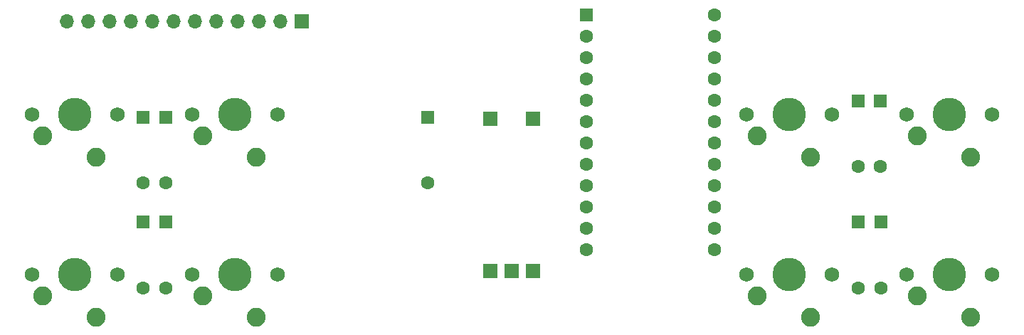
<source format=gbr>
%TF.GenerationSoftware,KiCad,Pcbnew,(5.1.6)-1*%
%TF.CreationDate,2022-02-07T12:47:34-06:00*%
%TF.ProjectId,Pikatea R26 Barebones Macropad,50696b61-7465-4612-9052-323620426172,rev?*%
%TF.SameCoordinates,Original*%
%TF.FileFunction,Soldermask,Top*%
%TF.FilePolarity,Negative*%
%FSLAX46Y46*%
G04 Gerber Fmt 4.6, Leading zero omitted, Abs format (unit mm)*
G04 Created by KiCad (PCBNEW (5.1.6)-1) date 2022-02-07 12:47:34*
%MOMM*%
%LPD*%
G01*
G04 APERTURE LIST*
%ADD10C,2.250000*%
%ADD11C,3.987800*%
%ADD12C,1.750000*%
%ADD13C,1.600000*%
%ADD14R,1.600000X1.600000*%
%ADD15O,1.700000X1.700000*%
%ADD16R,1.700000X1.700000*%
G04 APERTURE END LIST*
D10*
%TO.C,MX8*%
X97591479Y-93403660D03*
D11*
X95051479Y-88323660D03*
D10*
X91241479Y-90863660D03*
D12*
X89971479Y-88323660D03*
X100131479Y-88323660D03*
%TD*%
D10*
%TO.C,MX7*%
X116641480Y-93403660D03*
D11*
X114101480Y-88323660D03*
D10*
X110291480Y-90863660D03*
D12*
X109021480Y-88323660D03*
X119181480Y-88323660D03*
%TD*%
D10*
%TO.C,MX6*%
X182641480Y-93403660D03*
D11*
X180101480Y-88323660D03*
D10*
X176291480Y-90863660D03*
D12*
X175021480Y-88323660D03*
X185181480Y-88323660D03*
%TD*%
D10*
%TO.C,MX5*%
X201691480Y-93403660D03*
D11*
X199151480Y-88323660D03*
D10*
X195341480Y-90863660D03*
D12*
X194071480Y-88323660D03*
X204231480Y-88323660D03*
%TD*%
D10*
%TO.C,MX4*%
X97591479Y-112453660D03*
D11*
X95051479Y-107373660D03*
D10*
X91241479Y-109913660D03*
D12*
X89971479Y-107373660D03*
X100131479Y-107373660D03*
%TD*%
D10*
%TO.C,MX3*%
X116641480Y-112453659D03*
D11*
X114101480Y-107373659D03*
D10*
X110291480Y-109913659D03*
D12*
X109021480Y-107373659D03*
X119181480Y-107373659D03*
%TD*%
D10*
%TO.C,MX2*%
X182641480Y-112453659D03*
D11*
X180101480Y-107373659D03*
D10*
X176291480Y-109913659D03*
D12*
X175021480Y-107373659D03*
X185181480Y-107373659D03*
%TD*%
D10*
%TO.C,MX1*%
X201691480Y-112453659D03*
D11*
X199151480Y-107373659D03*
D10*
X195341480Y-109913659D03*
D12*
X194071480Y-107373659D03*
X204231480Y-107373659D03*
%TD*%
D13*
%TO.C,D1*%
X190900000Y-94500000D03*
D14*
X190900000Y-86700000D03*
%TD*%
D13*
%TO.C,D2*%
X191000000Y-108900000D03*
D14*
X191000000Y-101100000D03*
%TD*%
D13*
%TO.C,D3*%
X188300000Y-94500000D03*
D14*
X188300000Y-86700000D03*
%TD*%
D13*
%TO.C,D4*%
X188300000Y-108900000D03*
D14*
X188300000Y-101100000D03*
%TD*%
D13*
%TO.C,D5*%
X105900000Y-96400000D03*
D14*
X105900000Y-88600000D03*
%TD*%
D13*
%TO.C,D6*%
X105900000Y-108900000D03*
D14*
X105900000Y-101100000D03*
%TD*%
D13*
%TO.C,D7*%
X103200000Y-96400000D03*
D14*
X103200000Y-88600000D03*
%TD*%
D13*
%TO.C,D8*%
X103200000Y-108900000D03*
D14*
X103200000Y-101100000D03*
%TD*%
D13*
%TO.C,D9*%
X137100000Y-96400000D03*
D14*
X137100000Y-88600000D03*
%TD*%
D13*
%TO.C,U1*%
X171221400Y-76415900D03*
X171221400Y-78955900D03*
X171221400Y-81495900D03*
X171221400Y-84035900D03*
X171221400Y-86575900D03*
X171221400Y-89115900D03*
X171221400Y-91655900D03*
X171221400Y-94195900D03*
X171221400Y-96735900D03*
X171221400Y-99275900D03*
X171221400Y-101815900D03*
X171221400Y-104355900D03*
X155981400Y-104355900D03*
X155981400Y-101815900D03*
X155981400Y-99275900D03*
X155981400Y-96735900D03*
X155981400Y-94195900D03*
X155981400Y-91655900D03*
X155981400Y-89115900D03*
X155981400Y-86575900D03*
X155981400Y-84035900D03*
X155981400Y-81495900D03*
X155981400Y-78955900D03*
D14*
X155981400Y-76415900D03*
%TD*%
D15*
%TO.C,J1*%
X94170500Y-77177900D03*
X96710500Y-77177900D03*
X99250500Y-77177900D03*
X101790500Y-77177900D03*
X104330500Y-77177900D03*
X106870500Y-77177900D03*
X109410500Y-77177900D03*
X111950500Y-77177900D03*
X114490500Y-77177900D03*
X117030500Y-77177900D03*
X119570500Y-77177900D03*
D16*
X122110500Y-77177900D03*
%TD*%
%TO.C,SW3*%
X144531080Y-88798659D03*
X149611080Y-88798659D03*
X147071080Y-106898659D03*
X144531080Y-106898659D03*
X149611080Y-106898659D03*
%TD*%
M02*

</source>
